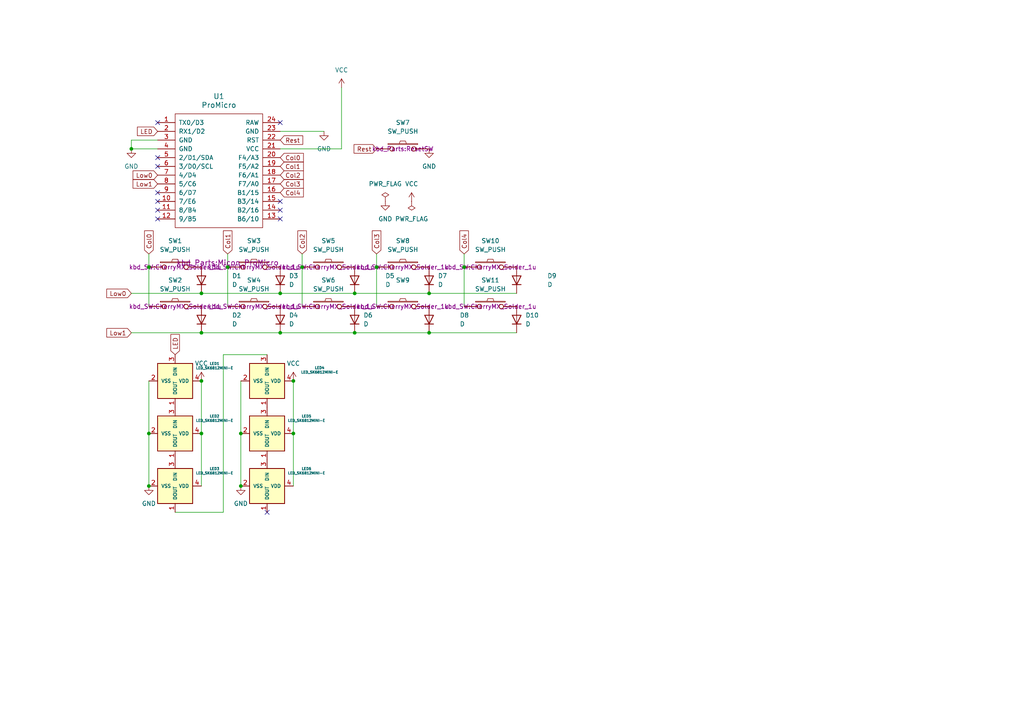
<source format=kicad_sch>
(kicad_sch (version 20230121) (generator eeschema)
  (paper "A4")
  (lib_symbols
    (symbol "Device:D" (pin_numbers hide) (pin_names (offset 1.016) hide)
      (property "Reference" "D" (at 0 2.54 0))
      (property "Value" "D" (at 0 -2.54 0))
      (symbol "D_0_1"
        (polyline (pts (xy -1.27 1.27) (xy -1.27 -1.27)) (stroke (width 0.254)))
        (polyline (pts (xy 1.27 0) (xy -1.27 0)))
        (polyline (pts (xy 1.27 1.27) (xy 1.27 -1.27) (xy -1.27 0) (xy 1.27 1.27)) (stroke (width 0.254)))
      )
      (symbol "D_1_1"
        (pin passive line (at -3.81 0 0) (length 2.54) (name "K") (number "1"))
        (pin passive line (at 3.81 0 180) (length 2.54) (name "A") (number "2"))
      )
    )
    (symbol "Salicylic_kbd:LED_SK6812MINI-E" (pin_names (offset 1.016))
      (property "Reference" "LED" (at 5.08 -10.16 0))
      (property "Value" "LED_SK6812MINI-E" (at 8.89 -8.89 0))
      (symbol "LED_SK6812MINI-E_0_1"
        (rectangle (start -5.08 5.08) (end 5.08 -5.08) (stroke (width 0.254)) (fill (type background)))
      )
      (symbol "LED_SK6812MINI-E_1_1"
        (pin output line (at 7.62 0 180) (length 2.54) (name "DOUT") (number "1"))
        (pin power_in line (at 0 -7.62 90) (length 2.54) (name "VSS") (number "2"))
        (pin input line (at -7.62 0 0) (length 2.54) (name "DIN") (number "3"))
        (pin power_in line (at 0 7.62 270) (length 2.54) (name "VDD") (number "4"))
      )
    )
    (symbol "kbd:ProMicro" (pin_names (offset 1.016))
      (property "Reference" "U" (at 0 19.05 0))
      (property "Value" "ProMicro" (at 0 -19.05 0))
      (symbol "ProMicro_0_1"
        (rectangle (start -12.7 16.51) (end 12.7 -16.51))
      )
      (symbol "ProMicro_1_1"
        (pin bidirectional line (at -17.78 13.97 0) (length 5.08) (name "TX0/D3") (number "1"))
        (pin bidirectional line (at -17.78 -8.89 0) (length 5.08) (name "7/E6") (number "10"))
        (pin bidirectional line (at -17.78 -11.43 0) (length 5.08) (name "8/B4") (number "11"))
        (pin bidirectional line (at -17.78 -13.97 0) (length 5.08) (name "9/B5") (number "12"))
        (pin bidirectional line (at 17.78 -13.97 180) (length 5.08) (name "B6/10") (number "13"))
        (pin bidirectional line (at 17.78 -11.43 180) (length 5.08) (name "B2/16") (number "14"))
        (pin bidirectional line (at 17.78 -8.89 180) (length 5.08) (name "B3/14") (number "15"))
        (pin bidirectional line (at 17.78 -6.35 180) (length 5.08) (name "B1/15") (number "16"))
        (pin bidirectional line (at 17.78 -3.81 180) (length 5.08) (name "F7/A0") (number "17"))
        (pin bidirectional line (at 17.78 -1.27 180) (length 5.08) (name "F6/A1") (number "18"))
        (pin bidirectional line (at 17.78 1.27 180) (length 5.08) (name "F5/A2") (number "19"))
        (pin bidirectional line (at -17.78 11.43 0) (length 5.08) (name "RX1/D2") (number "2"))
        (pin bidirectional line (at 17.78 3.81 180) (length 5.08) (name "F4/A3") (number "20"))
        (pin power_in line (at 17.78 6.35 180) (length 5.08) (name "VCC") (number "21"))
        (pin input line (at 17.78 8.89 180) (length 5.08) (name "RST") (number "22"))
        (pin power_in line (at 17.78 11.43 180) (length 5.08) (name "GND") (number "23"))
        (pin power_out line (at 17.78 13.97 180) (length 5.08) (name "RAW") (number "24"))
        (pin power_in line (at -17.78 8.89 0) (length 5.08) (name "GND") (number "3"))
        (pin power_in line (at -17.78 6.35 0) (length 5.08) (name "GND") (number "4"))
        (pin bidirectional line (at -17.78 3.81 0) (length 5.08) (name "2/D1/SDA") (number "5"))
        (pin bidirectional line (at -17.78 1.27 0) (length 5.08) (name "3/D0/SCL") (number "6"))
        (pin bidirectional line (at -17.78 -1.27 0) (length 5.08) (name "4/D4") (number "7"))
        (pin bidirectional line (at -17.78 -3.81 0) (length 5.08) (name "5/C6") (number "8"))
        (pin bidirectional line (at -17.78 -6.35 0) (length 5.08) (name "6/D7") (number "9"))
      )
    )
    (symbol "kbd:SW_PUSH" (pin_numbers hide) (pin_names (offset 1.016) hide)
      (property "Reference" "SW" (at 3.81 2.794 0))
      (property "Value" "SW_PUSH" (at 0 -2.032 0))
      (symbol "SW_PUSH_0_1"
        (rectangle (start -4.318 1.27) (end 4.318 1.524))
        (polyline (pts (xy -1.016 1.524) (xy -0.762 2.286) (xy 0.762 2.286) (xy 1.016 1.524)))
        (pin passive inverted (at -7.62 0 0) (length 5.08) (name "1") (number "1"))
        (pin passive inverted (at 7.62 0 180) (length 5.08) (name "2") (number "2"))
      )
    )
    (symbol "power:GND" (power) (pin_names (offset 0))
      (property "Value" "GND" (at 0 -3.81 0))
      (symbol "GND_0_1"
        (polyline (pts (xy 0 0) (xy 0 -1.27) (xy 1.27 -1.27) (xy 0 -2.54) (xy -1.27 -1.27) (xy 0 -1.27)))
      )
      (symbol "GND_1_1"
        (pin power_in line (at 0 0 270) (length 0) hide (name "GND") (number "1"))
      )
    )
    (symbol "power:PWR_FLAG" (power) (pin_numbers hide) (pin_names (offset 0) hide)
      (property "Value" "PWR_FLAG" (at 0 3.81 0))
      (symbol "PWR_FLAG_0_0"
        (pin power_out line (at 0 0 90) (length 0) (name "pwr") (number "1"))
      )
      (symbol "PWR_FLAG_0_1"
        (polyline (pts (xy 0 0) (xy 0 1.27) (xy -1.016 1.905) (xy 0 2.54) (xy 1.016 1.905) (xy 0 1.27)))
      )
    )
    (symbol "power:VCC" (power) (pin_names (offset 0))
      (property "Value" "VCC" (at 0 3.81 0))
      (symbol "VCC_0_1"
        (polyline (pts (xy -0.762 1.27) (xy 0 2.54)))
        (polyline (pts (xy 0 0) (xy 0 2.54)))
        (polyline (pts (xy 0 2.54) (xy 0.762 1.27)))
      )
      (symbol "VCC_1_1"
        (pin power_in line (at 0 0 90) (length 0) hide (name "VCC") (number "1"))
      )
    )
  )
  (junction (at 87.63 77.47))
  (junction (at 43.18 125.73))
  (junction (at 58.42 125.73))
  (junction (at 124.46 96.52))
  (junction (at 58.42 110.49))
  (junction (at 43.18 140.97))
  (junction (at 102.87 85.09))
  (junction (at 134.62 77.47))
  (junction (at 58.42 85.09))
  (junction (at 58.42 96.52))
  (junction (at 81.28 96.52))
  (junction (at 69.85 140.97))
  (junction (at 66.04 77.47))
  (junction (at 102.87 96.52))
  (junction (at 124.46 85.09))
  (junction (at 85.09 110.49))
  (junction (at 38.1 43.18))
  (junction (at 85.09 125.73))
  (junction (at 109.22 77.47))
  (junction (at 69.85 125.73))
  (junction (at 81.28 85.09))
  (junction (at 43.18 77.47))
  (no_connect (at 81.28 60.96))
  (no_connect (at 45.72 58.42))
  (no_connect (at 45.72 35.56))
  (no_connect (at 45.72 48.26))
  (no_connect (at 81.28 35.56))
  (no_connect (at 45.72 63.5))
  (no_connect (at 81.28 63.5))
  (no_connect (at 45.72 45.72))
  (no_connect (at 77.47 148.59))
  (no_connect (at 45.72 55.88))
  (no_connect (at 45.72 60.96))
  (no_connect (at 81.28 58.42))
  (wire (pts (xy 81.28 96.52) (xy 102.87 96.52)))
  (wire (pts (xy 43.18 77.47) (xy 43.18 88.9)))
  (wire (pts (xy 38.1 96.52) (xy 58.42 96.52)))
  (wire (pts (xy 69.85 110.49) (xy 69.85 125.73)))
  (wire (pts (xy 85.09 110.49) (xy 85.09 125.73)))
  (wire (pts (xy 58.42 110.49) (xy 58.42 125.73)))
  (wire (pts (xy 66.04 77.47) (xy 66.04 88.9)))
  (wire (pts (xy 87.63 73.66) (xy 87.63 77.47)))
  (wire (pts (xy 50.8 148.59) (xy 64.77 148.59)))
  (wire (pts (xy 43.18 125.73) (xy 43.18 140.97)))
  (wire (pts (xy 109.22 77.47) (xy 109.22 88.9)))
  (wire (pts (xy 85.09 125.73) (xy 85.09 140.97)))
  (wire (pts (xy 109.22 73.66) (xy 109.22 77.47)))
  (wire (pts (xy 58.42 85.09) (xy 81.28 85.09)))
  (wire (pts (xy 102.87 85.09) (xy 124.46 85.09)))
  (wire (pts (xy 58.42 96.52) (xy 81.28 96.52)))
  (wire (pts (xy 38.1 43.18) (xy 45.72 43.18)))
  (wire (pts (xy 64.77 148.59) (xy 64.77 102.87)))
  (wire (pts (xy 38.1 40.64) (xy 38.1 43.18)))
  (wire (pts (xy 43.18 73.66) (xy 43.18 77.47)))
  (wire (pts (xy 38.1 85.09) (xy 58.42 85.09)))
  (wire (pts (xy 64.77 102.87) (xy 77.47 102.87)))
  (wire (pts (xy 69.85 125.73) (xy 69.85 140.97)))
  (wire (pts (xy 66.04 73.66) (xy 66.04 77.47)))
  (wire (pts (xy 58.42 125.73) (xy 58.42 140.97)))
  (wire (pts (xy 134.62 73.66) (xy 134.62 77.47)))
  (wire (pts (xy 124.46 85.09) (xy 149.86 85.09)))
  (wire (pts (xy 124.46 96.52) (xy 149.86 96.52)))
  (wire (pts (xy 43.18 110.49) (xy 43.18 125.73)))
  (wire (pts (xy 45.72 40.64) (xy 38.1 40.64)))
  (wire (pts (xy 81.28 85.09) (xy 102.87 85.09)))
  (wire (pts (xy 99.06 43.18) (xy 99.06 25.4)))
  (wire (pts (xy 134.62 77.47) (xy 134.62 88.9)))
  (wire (pts (xy 102.87 96.52) (xy 124.46 96.52)))
  (wire (pts (xy 87.63 77.47) (xy 87.63 88.9)))
  (wire (pts (xy 81.28 43.18) (xy 99.06 43.18)))
  (wire (pts (xy 81.28 38.1) (xy 93.98 38.1)))
  (global_label "Low0" (shape input) (at 38.1 85.09 180) (property "Intersheetrefs" "${INTERSHEET_REFS}" (effects hide)))
  (global_label "Col2" (shape input) (at 81.28 50.8 0) (property "Intersheetrefs" "${INTERSHEET_REFS}" (effects hide)))
  (global_label "Col4" (shape input) (at 134.62 73.66 90) (property "Intersheetrefs" "${INTERSHEET_REFS}" (effects hide)))
  (global_label "Low0" (shape input) (at 45.72 50.8 180) (property "Intersheetrefs" "${INTERSHEET_REFS}" (effects hide)))
  (global_label "Rest" (shape input) (at 109.22 43.18 180) (property "Intersheetrefs" "${INTERSHEET_REFS}" (effects hide)))
  (global_label "Low1" (shape input) (at 45.72 53.34 180) (property "Intersheetrefs" "${INTERSHEET_REFS}" (effects hide)))
  (global_label "Rest" (shape input) (at 81.28 40.64 0) (property "Intersheetrefs" "${INTERSHEET_REFS}" (effects hide)))
  (global_label "Col1" (shape input) (at 66.04 73.66 90) (property "Intersheetrefs" "${INTERSHEET_REFS}" (effects hide)))
  (global_label "Col3" (shape input) (at 81.28 53.34 0) (property "Intersheetrefs" "${INTERSHEET_REFS}" (effects hide)))
  (global_label "LED" (shape input) (at 50.8 102.87 90) (property "Intersheetrefs" "${INTERSHEET_REFS}" (effects hide)))
  (global_label "Col0" (shape input) (at 81.28 45.72 0) (property "Intersheetrefs" "${INTERSHEET_REFS}" (effects hide)))
  (global_label "LED" (shape input) (at 45.72 38.1 180) (property "Intersheetrefs" "${INTERSHEET_REFS}" (effects hide)))
  (global_label "Col4" (shape input) (at 81.28 55.88 0) (property "Intersheetrefs" "${INTERSHEET_REFS}" (effects hide)))
  (global_label "Col3" (shape input) (at 109.22 73.66 90) (property "Intersheetrefs" "${INTERSHEET_REFS}" (effects hide)))
  (global_label "Col2" (shape input) (at 87.63 73.66 90) (property "Intersheetrefs" "${INTERSHEET_REFS}" (effects hide)))
  (global_label "Col1" (shape input) (at 81.28 48.26 0) (property "Intersheetrefs" "${INTERSHEET_REFS}" (effects hide)))
  (global_label "Low1" (shape input) (at 38.1 96.52 180) (property "Intersheetrefs" "${INTERSHEET_REFS}" (effects hide)))
  (global_label "Col0" (shape input) (at 43.18 73.66 90) (property "Intersheetrefs" "${INTERSHEET_REFS}" (effects hide)))
  (symbol (lib_id "power:GND") (at 43.18 140.97 0) (unit 1)
    (property "Reference" "#PWR02" (effects hide))
    (property "Value" "GND" (at 43.18 146.05 0))
  )
  (symbol (lib_id "Device:D") (at 81.28 81.28 90) (unit 1)
    (property "Reference" "D3" (at 83.82 80.01 90) (effects (justify right)))
    (property "Value" "D" (at 83.82 82.55 90) (effects (justify right)))
    (property "Footprint" "kbd_Parts:Diode_TH_SMD" (effects hide))
    (property "Sim.Device" "D" (effects hide))
    (property "Sim.Pins" "1=K 2=A" (effects hide))
  )
  (symbol (lib_id "kbd:SW_PUSH") (at 73.66 77.47 0) (unit 1)
    (property "Reference" "SW3" (at 73.66 69.85 0))
    (property "Value" "SW_PUSH" (at 73.66 72.39 0))
    (property "Footprint" "kbd_SW:CherryMX_Solder_1u" (at 73.66 77.47 0))
  )
  (symbol (lib_id "Device:D") (at 149.86 81.28 90) (unit 1)
    (property "Reference" "D9" (at 158.75 80.01 90) (effects (justify right)))
    (property "Value" "D" (at 158.75 82.55 90) (effects (justify right)))
    (property "Footprint" "kbd_Parts:Diode_TH_SMD" (effects hide))
    (property "Sim.Device" "D" (effects hide))
    (property "Sim.Pins" "1=K 2=A" (effects hide))
  )
  (symbol (lib_id "Salicylic_kbd:LED_SK6812MINI-E") (at 50.8 125.73 270) (unit 1)
    (property "Reference" "LED2" (at 62.23 120.7069 90) (effects (font (size 0.7366 0.7366))))
    (property "Value" "LED_SK6812MINI-E" (at 62.23 121.9769 90) (effects (font (size 0.7366 0.7366))))
    (property "Footprint" "kbd_Parts:LED_SK6812MINI-E_BL" (effects hide))
  )
  (symbol (lib_id "kbd:SW_PUSH") (at 142.24 88.9 0) (unit 1)
    (property "Reference" "SW11" (at 142.24 81.28 0))
    (property "Value" "SW_PUSH" (at 142.24 83.82 0))
    (property "Footprint" "kbd_SW:CherryMX_Solder_1u" (at 142.24 88.9 0))
  )
  (symbol (lib_id "Salicylic_kbd:LED_SK6812MINI-E") (at 50.8 110.49 270) (unit 1)
    (property "Reference" "LED1" (at 62.23 105.4669 90) (effects (font (size 0.7366 0.7366))))
    (property "Value" "LED_SK6812MINI-E" (at 62.23 106.7369 90) (effects (font (size 0.7366 0.7366))))
    (property "Footprint" "kbd_Parts:LED_SK6812MINI-E_BL" (effects hide))
  )
  (symbol (lib_id "Device:D") (at 102.87 92.71 90) (unit 1)
    (property "Reference" "D6" (at 105.41 91.44 90) (effects (justify right)))
    (property "Value" "D" (at 105.41 93.98 90) (effects (justify right)))
    (property "Footprint" "kbd_Parts:Diode_TH_SMD" (effects hide))
    (property "Sim.Device" "D" (effects hide))
    (property "Sim.Pins" "1=K 2=A" (effects hide))
  )
  (symbol (lib_id "Device:D") (at 58.42 81.28 90) (unit 1)
    (property "Reference" "D1" (at 67.31 80.01 90) (effects (justify right)))
    (property "Value" "D" (at 67.31 82.55 90) (effects (justify right)))
    (property "Footprint" "kbd_Parts:Diode_TH_SMD" (effects hide))
    (property "Sim.Device" "D" (effects hide))
    (property "Sim.Pins" "1=K 2=A" (effects hide))
  )
  (symbol (lib_id "Salicylic_kbd:LED_SK6812MINI-E") (at 77.47 110.49 270) (unit 1)
    (property "Reference" "LED4" (at 92.71 106.68 90) (effects (font (size 0.7366 0.7366))))
    (property "Value" "LED_SK6812MINI-E" (at 92.71 107.95 90) (effects (font (size 0.7366 0.7366))))
    (property "Footprint" "kbd_Parts:LED_SK6812MINI-E_BL" (effects hide))
  )
  (symbol (lib_id "Device:D") (at 58.42 92.71 90) (unit 1)
    (property "Reference" "D2" (at 67.31 91.44 90) (effects (justify right)))
    (property "Value" "D" (at 67.31 93.98 90) (effects (justify right)))
    (property "Footprint" "kbd_Parts:Diode_TH_SMD" (effects hide))
    (property "Sim.Device" "D" (effects hide))
    (property "Sim.Pins" "1=K 2=A" (effects hide))
  )
  (symbol (lib_id "power:PWR_FLAG") (at 119.38 58.42 180) (unit 1)
    (property "Reference" "#FLG02" (effects hide))
    (property "Value" "PWR_FLAG" (at 119.38 63.5 0))
  )
  (symbol (lib_id "kbd:SW_PUSH") (at 95.25 88.9 0) (unit 1)
    (property "Reference" "SW6" (at 95.25 81.28 0))
    (property "Value" "SW_PUSH" (at 95.25 83.82 0))
    (property "Footprint" "kbd_SW:CherryMX_Solder_1u" (at 95.25 88.9 0))
  )
  (symbol (lib_id "power:PWR_FLAG") (at 111.76 58.42 0) (unit 1)
    (property "Reference" "#FLG01" (effects hide))
    (property "Value" "PWR_FLAG" (at 111.76 53.34 0))
  )
  (symbol (lib_id "power:GND") (at 93.98 38.1 0) (unit 1)
    (property "Reference" "#PWR06" (effects hide))
    (property "Value" "GND" (at 93.98 43.18 0))
  )
  (symbol (lib_id "kbd:SW_PUSH") (at 116.84 77.47 0) (unit 1)
    (property "Reference" "SW8" (at 116.84 69.85 0))
    (property "Value" "SW_PUSH" (at 116.84 72.39 0))
    (property "Footprint" "kbd_SW:CherryMX_Solder_1u" (at 116.84 77.47 0))
  )
  (symbol (lib_id "kbd:SW_PUSH") (at 95.25 77.47 0) (unit 1)
    (property "Reference" "SW5" (at 95.25 69.85 0))
    (property "Value" "SW_PUSH" (at 95.25 72.39 0))
    (property "Footprint" "kbd_SW:CherryMX_Solder_1u" (at 95.25 77.47 0))
  )
  (symbol (lib_id "Device:D") (at 149.86 92.71 90) (unit 1)
    (property "Reference" "D10" (at 152.4 91.44 90) (effects (justify right)))
    (property "Value" "D" (at 152.4 93.98 90) (effects (justify right)))
    (property "Footprint" "kbd_Parts:Diode_TH_SMD" (effects hide))
    (property "Sim.Device" "D" (effects hide))
    (property "Sim.Pins" "1=K 2=A" (effects hide))
  )
  (symbol (lib_id "Device:D") (at 124.46 81.28 90) (unit 1)
    (property "Reference" "D7" (at 127 80.01 90) (effects (justify right)))
    (property "Value" "D" (at 127 82.55 90) (effects (justify right)))
    (property "Footprint" "kbd_Parts:Diode_TH_SMD" (effects hide))
    (property "Sim.Device" "D" (effects hide))
    (property "Sim.Pins" "1=K 2=A" (effects hide))
  )
  (symbol (lib_id "power:GND") (at 124.46 43.18 0) (unit 1)
    (property "Reference" "#PWR010" (effects hide))
    (property "Value" "GND" (at 124.46 48.26 0))
  )
  (symbol (lib_id "kbd:SW_PUSH") (at 116.84 43.18 0) (unit 1)
    (property "Reference" "SW7" (at 116.84 35.56 0))
    (property "Value" "SW_PUSH" (at 116.84 38.1 0))
    (property "Footprint" "kbd_Parts:ResetSW" (at 116.84 43.18 0))
  )
  (symbol (lib_id "kbd:SW_PUSH") (at 73.66 88.9 0) (unit 1)
    (property "Reference" "SW4" (at 73.66 81.28 0))
    (property "Value" "SW_PUSH" (at 73.66 83.82 0))
    (property "Footprint" "kbd_SW:CherryMX_Solder_1u" (at 73.66 88.9 0))
  )
  (symbol (lib_id "Salicylic_kbd:LED_SK6812MINI-E") (at 77.47 125.73 270) (unit 1)
    (property "Reference" "LED5" (at 88.9 120.7069 90) (effects (font (size 0.7366 0.7366))))
    (property "Value" "LED_SK6812MINI-E" (at 88.9 121.9769 90) (effects (font (size 0.7366 0.7366))))
    (property "Footprint" "kbd_Parts:LED_SK6812MINI-E_BL" (effects hide))
  )
  (symbol (lib_id "power:VCC") (at 58.42 110.49 0) (unit 1)
    (property "Reference" "#PWR03" (effects hide))
    (property "Value" "VCC" (at 58.42 105.41 0))
  )
  (symbol (lib_id "Device:D") (at 81.28 92.71 90) (unit 1)
    (property "Reference" "D4" (at 83.82 91.44 90) (effects (justify right)))
    (property "Value" "D" (at 83.82 93.98 90) (effects (justify right)))
    (property "Footprint" "kbd_Parts:Diode_TH_SMD" (effects hide))
    (property "Sim.Device" "D" (effects hide))
    (property "Sim.Pins" "1=K 2=A" (effects hide))
  )
  (symbol (lib_id "kbd:SW_PUSH") (at 50.8 88.9 0) (unit 1)
    (property "Reference" "SW2" (at 50.8 81.28 0))
    (property "Value" "SW_PUSH" (at 50.8 83.82 0))
    (property "Footprint" "kbd_SW:CherryMX_Solder_1u" (at 50.8 88.9 0))
  )
  (symbol (lib_id "power:GND") (at 38.1 43.18 0) (unit 1)
    (property "Reference" "#PWR01" (effects hide))
    (property "Value" "GND" (at 38.1 48.26 0))
  )
  (symbol (lib_id "power:VCC") (at 99.06 25.4 0) (unit 1)
    (property "Reference" "#PWR07" (effects hide))
    (property "Value" "VCC" (at 99.06 20.32 0))
  )
  (symbol (lib_id "kbd:SW_PUSH") (at 116.84 88.9 0) (unit 1)
    (property "Reference" "SW9" (at 116.84 81.28 0))
    (property "Value" "SW_PUSH" (effects hide))
    (property "Footprint" "kbd_SW:CherryMX_Solder_1u" (at 116.84 88.9 0))
  )
  (symbol (lib_id "power:VCC") (at 85.09 110.49 0) (unit 1)
    (property "Reference" "#PWR05" (effects hide))
    (property "Value" "VCC" (at 85.09 105.41 0))
  )
  (symbol (lib_id "Device:D") (at 102.87 81.28 90) (unit 1)
    (property "Reference" "D5" (at 111.76 80.01 90) (effects (justify right)))
    (property "Value" "D" (at 111.76 82.55 90) (effects (justify right)))
    (property "Footprint" "kbd_Parts:Diode_TH_SMD" (effects hide))
    (property "Sim.Device" "D" (effects hide))
    (property "Sim.Pins" "1=K 2=A" (effects hide))
  )
  (symbol (lib_id "kbd:SW_PUSH") (at 142.24 77.47 0) (unit 1)
    (property "Reference" "SW10" (at 142.24 69.85 0))
    (property "Value" "SW_PUSH" (at 142.24 72.39 0))
    (property "Footprint" "kbd_SW:CherryMX_Solder_1u" (at 142.24 77.47 0))
  )
  (symbol (lib_id "Salicylic_kbd:LED_SK6812MINI-E") (at 77.47 140.97 270) (unit 1)
    (property "Reference" "LED6" (at 88.9 135.9469 90) (effects (font (size 0.7366 0.7366))))
    (property "Value" "LED_SK6812MINI-E" (at 88.9 137.2169 90) (effects (font (size 0.7366 0.7366))))
    (property "Footprint" "kbd_Parts:LED_SK6812MINI-E_BL" (effects hide))
  )
  (symbol (lib_id "kbd:ProMicro") (at 63.5 49.53 0) (unit 1)
    (property "Reference" "U1" (at 63.5 27.94 0) (effects (font (size 1.524 1.524))))
    (property "Value" "ProMicro" (at 63.5 30.48 0) (effects (font (size 1.524 1.524))))
    (property "Footprint" "kbd_Parts:Micon_ProMicro" (at 66.04 76.2 0) (effects (font (size 1.524 1.524))))
  )
  (symbol (lib_id "Salicylic_kbd:LED_SK6812MINI-E") (at 50.8 140.97 270) (unit 1)
    (property "Reference" "LED3" (at 62.23 135.9469 90) (effects (font (size 0.7366 0.7366))))
    (property "Value" "LED_SK6812MINI-E" (at 62.23 137.2169 90) (effects (font (size 0.7366 0.7366))))
    (property "Footprint" "kbd_Parts:LED_SK6812MINI-E_BL" (effects hide))
  )
  (symbol (lib_id "kbd:SW_PUSH") (at 50.8 77.47 0) (unit 1)
    (property "Reference" "SW1" (at 50.8 69.85 0))
    (property "Value" "SW_PUSH" (at 50.8 72.39 0))
    (property "Footprint" "kbd_SW:CherryMX_Solder_1u" (at 50.8 77.47 0))
  )
  (symbol (lib_id "Device:D") (at 124.46 92.71 90) (unit 1)
    (property "Reference" "D8" (at 133.35 91.44 90) (effects (justify right)))
    (property "Value" "D" (at 133.35 93.98 90) (effects (justify right)))
    (property "Footprint" "kbd_Parts:Diode_TH_SMD" (effects hide))
    (property "Sim.Device" "D" (effects hide))
    (property "Sim.Pins" "1=K 2=A" (effects hide))
  )
  (symbol (lib_id "power:GND") (at 69.85 140.97 0) (unit 1)
    (property "Reference" "#PWR04" (effects hide))
    (property "Value" "GND" (at 69.85 146.05 0))
  )
  (symbol (lib_id "power:GND") (at 111.76 58.42 0) (unit 1)
    (property "Reference" "#PWR08" (effects hide))
    (property "Value" "GND" (at 111.76 63.5 0))
  )
  (symbol (lib_id "power:VCC") (at 119.38 58.42 0) (unit 1)
    (property "Reference" "#PWR09" (effects hide))
    (property "Value" "VCC" (at 119.38 53.34 0))
  )
)
</source>
